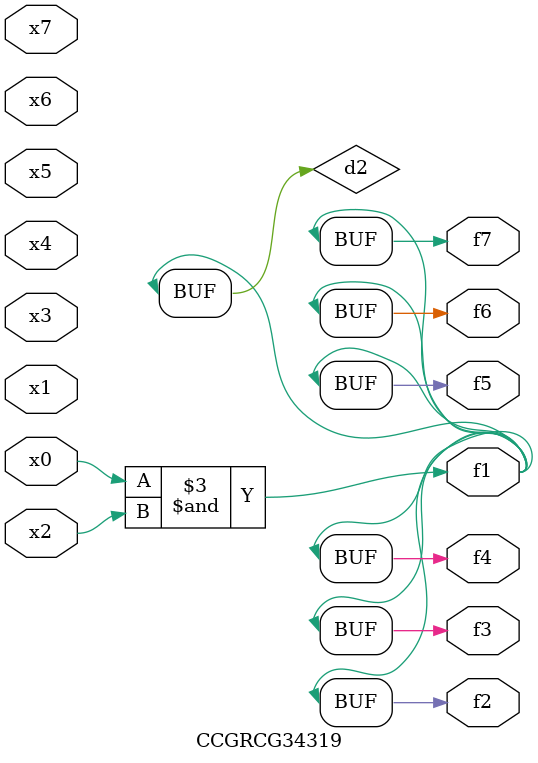
<source format=v>
module CCGRCG34319(
	input x0, x1, x2, x3, x4, x5, x6, x7,
	output f1, f2, f3, f4, f5, f6, f7
);

	wire d1, d2;

	nor (d1, x3, x6);
	and (d2, x0, x2);
	assign f1 = d2;
	assign f2 = d2;
	assign f3 = d2;
	assign f4 = d2;
	assign f5 = d2;
	assign f6 = d2;
	assign f7 = d2;
endmodule

</source>
